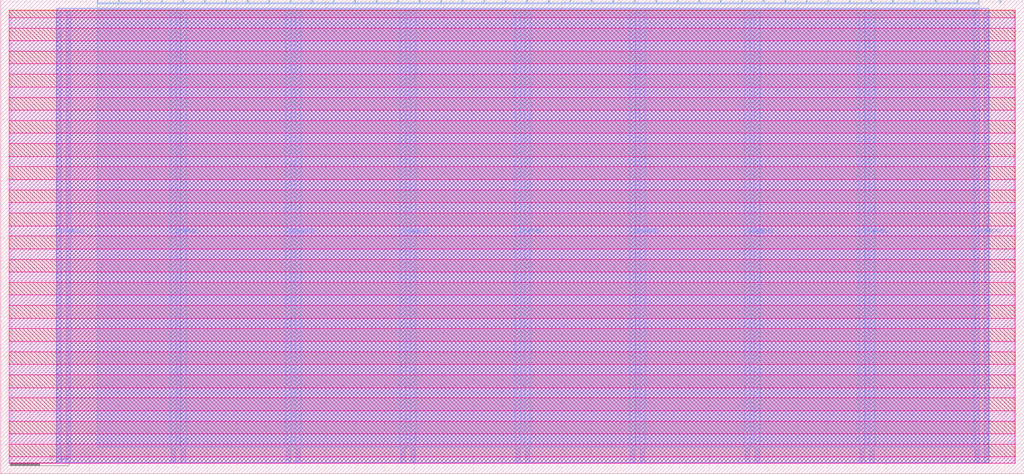
<source format=lef>
VERSION 5.7 ;
  NOWIREEXTENSIONATPIN ON ;
  DIVIDERCHAR "/" ;
  BUSBITCHARS "[]" ;
MACRO tt_um_rejunity_vga_logo
  CLASS BLOCK ;
  FOREIGN tt_um_rejunity_vga_logo ;
  ORIGIN 0.000 0.000 ;
  SIZE 346.640 BY 160.720 ;
  PIN VGND
    DIRECTION INOUT ;
    USE GROUND ;
    PORT
      LAYER Metal4 ;
        RECT 22.180 3.620 23.780 157.100 ;
    END
    PORT
      LAYER Metal4 ;
        RECT 61.050 3.620 62.650 157.100 ;
    END
    PORT
      LAYER Metal4 ;
        RECT 99.920 3.620 101.520 157.100 ;
    END
    PORT
      LAYER Metal4 ;
        RECT 138.790 3.620 140.390 157.100 ;
    END
    PORT
      LAYER Metal4 ;
        RECT 177.660 3.620 179.260 157.100 ;
    END
    PORT
      LAYER Metal4 ;
        RECT 216.530 3.620 218.130 157.100 ;
    END
    PORT
      LAYER Metal4 ;
        RECT 255.400 3.620 257.000 157.100 ;
    END
    PORT
      LAYER Metal4 ;
        RECT 294.270 3.620 295.870 157.100 ;
    END
    PORT
      LAYER Metal4 ;
        RECT 333.140 3.620 334.740 157.100 ;
    END
  END VGND
  PIN VPWR
    DIRECTION INOUT ;
    USE POWER ;
    PORT
      LAYER Metal4 ;
        RECT 18.880 3.620 20.480 157.100 ;
    END
    PORT
      LAYER Metal4 ;
        RECT 57.750 3.620 59.350 157.100 ;
    END
    PORT
      LAYER Metal4 ;
        RECT 96.620 3.620 98.220 157.100 ;
    END
    PORT
      LAYER Metal4 ;
        RECT 135.490 3.620 137.090 157.100 ;
    END
    PORT
      LAYER Metal4 ;
        RECT 174.360 3.620 175.960 157.100 ;
    END
    PORT
      LAYER Metal4 ;
        RECT 213.230 3.620 214.830 157.100 ;
    END
    PORT
      LAYER Metal4 ;
        RECT 252.100 3.620 253.700 157.100 ;
    END
    PORT
      LAYER Metal4 ;
        RECT 290.970 3.620 292.570 157.100 ;
    END
    PORT
      LAYER Metal4 ;
        RECT 329.840 3.620 331.440 157.100 ;
    END
  END VPWR
  PIN clk
    DIRECTION INPUT ;
    USE SIGNAL ;
    ANTENNAGATEAREA 4.738000 ;
    PORT
      LAYER Metal4 ;
        RECT 331.090 159.720 331.390 160.720 ;
    END
  END clk
  PIN ena
    DIRECTION INPUT ;
    USE SIGNAL ;
    PORT
      LAYER Metal4 ;
        RECT 338.370 159.720 338.670 160.720 ;
    END
  END ena
  PIN rst_n
    DIRECTION INPUT ;
    USE SIGNAL ;
    ANTENNAGATEAREA 0.396000 ;
    PORT
      LAYER Metal4 ;
        RECT 323.810 159.720 324.110 160.720 ;
    END
  END rst_n
  PIN ui_in[0]
    DIRECTION INPUT ;
    USE SIGNAL ;
    PORT
      LAYER Metal4 ;
        RECT 316.530 159.720 316.830 160.720 ;
    END
  END ui_in[0]
  PIN ui_in[1]
    DIRECTION INPUT ;
    USE SIGNAL ;
    PORT
      LAYER Metal4 ;
        RECT 309.250 159.720 309.550 160.720 ;
    END
  END ui_in[1]
  PIN ui_in[2]
    DIRECTION INPUT ;
    USE SIGNAL ;
    PORT
      LAYER Metal4 ;
        RECT 301.970 159.720 302.270 160.720 ;
    END
  END ui_in[2]
  PIN ui_in[3]
    DIRECTION INPUT ;
    USE SIGNAL ;
    PORT
      LAYER Metal4 ;
        RECT 294.690 159.720 294.990 160.720 ;
    END
  END ui_in[3]
  PIN ui_in[4]
    DIRECTION INPUT ;
    USE SIGNAL ;
    PORT
      LAYER Metal4 ;
        RECT 287.410 159.720 287.710 160.720 ;
    END
  END ui_in[4]
  PIN ui_in[5]
    DIRECTION INPUT ;
    USE SIGNAL ;
    PORT
      LAYER Metal4 ;
        RECT 280.130 159.720 280.430 160.720 ;
    END
  END ui_in[5]
  PIN ui_in[6]
    DIRECTION INPUT ;
    USE SIGNAL ;
    PORT
      LAYER Metal4 ;
        RECT 272.850 159.720 273.150 160.720 ;
    END
  END ui_in[6]
  PIN ui_in[7]
    DIRECTION INPUT ;
    USE SIGNAL ;
    PORT
      LAYER Metal4 ;
        RECT 265.570 159.720 265.870 160.720 ;
    END
  END ui_in[7]
  PIN uio_in[0]
    DIRECTION INPUT ;
    USE SIGNAL ;
    PORT
      LAYER Metal4 ;
        RECT 258.290 159.720 258.590 160.720 ;
    END
  END uio_in[0]
  PIN uio_in[1]
    DIRECTION INPUT ;
    USE SIGNAL ;
    PORT
      LAYER Metal4 ;
        RECT 251.010 159.720 251.310 160.720 ;
    END
  END uio_in[1]
  PIN uio_in[2]
    DIRECTION INPUT ;
    USE SIGNAL ;
    PORT
      LAYER Metal4 ;
        RECT 243.730 159.720 244.030 160.720 ;
    END
  END uio_in[2]
  PIN uio_in[3]
    DIRECTION INPUT ;
    USE SIGNAL ;
    PORT
      LAYER Metal4 ;
        RECT 236.450 159.720 236.750 160.720 ;
    END
  END uio_in[3]
  PIN uio_in[4]
    DIRECTION INPUT ;
    USE SIGNAL ;
    PORT
      LAYER Metal4 ;
        RECT 229.170 159.720 229.470 160.720 ;
    END
  END uio_in[4]
  PIN uio_in[5]
    DIRECTION INPUT ;
    USE SIGNAL ;
    PORT
      LAYER Metal4 ;
        RECT 221.890 159.720 222.190 160.720 ;
    END
  END uio_in[5]
  PIN uio_in[6]
    DIRECTION INPUT ;
    USE SIGNAL ;
    PORT
      LAYER Metal4 ;
        RECT 214.610 159.720 214.910 160.720 ;
    END
  END uio_in[6]
  PIN uio_in[7]
    DIRECTION INPUT ;
    USE SIGNAL ;
    PORT
      LAYER Metal4 ;
        RECT 207.330 159.720 207.630 160.720 ;
    END
  END uio_in[7]
  PIN uio_oe[0]
    DIRECTION OUTPUT ;
    USE SIGNAL ;
    ANTENNADIFFAREA 0.360800 ;
    PORT
      LAYER Metal4 ;
        RECT 83.570 159.720 83.870 160.720 ;
    END
  END uio_oe[0]
  PIN uio_oe[1]
    DIRECTION OUTPUT ;
    USE SIGNAL ;
    ANTENNADIFFAREA 0.360800 ;
    PORT
      LAYER Metal4 ;
        RECT 76.290 159.720 76.590 160.720 ;
    END
  END uio_oe[1]
  PIN uio_oe[2]
    DIRECTION OUTPUT ;
    USE SIGNAL ;
    ANTENNADIFFAREA 0.360800 ;
    PORT
      LAYER Metal4 ;
        RECT 69.010 159.720 69.310 160.720 ;
    END
  END uio_oe[2]
  PIN uio_oe[3]
    DIRECTION OUTPUT ;
    USE SIGNAL ;
    ANTENNADIFFAREA 0.360800 ;
    PORT
      LAYER Metal4 ;
        RECT 61.730 159.720 62.030 160.720 ;
    END
  END uio_oe[3]
  PIN uio_oe[4]
    DIRECTION OUTPUT ;
    USE SIGNAL ;
    ANTENNADIFFAREA 0.360800 ;
    PORT
      LAYER Metal4 ;
        RECT 54.450 159.720 54.750 160.720 ;
    END
  END uio_oe[4]
  PIN uio_oe[5]
    DIRECTION OUTPUT ;
    USE SIGNAL ;
    ANTENNADIFFAREA 0.360800 ;
    PORT
      LAYER Metal4 ;
        RECT 47.170 159.720 47.470 160.720 ;
    END
  END uio_oe[5]
  PIN uio_oe[6]
    DIRECTION OUTPUT ;
    USE SIGNAL ;
    ANTENNADIFFAREA 0.360800 ;
    PORT
      LAYER Metal4 ;
        RECT 39.890 159.720 40.190 160.720 ;
    END
  END uio_oe[6]
  PIN uio_oe[7]
    DIRECTION OUTPUT ;
    USE SIGNAL ;
    ANTENNADIFFAREA 0.360800 ;
    PORT
      LAYER Metal4 ;
        RECT 32.610 159.720 32.910 160.720 ;
    END
  END uio_oe[7]
  PIN uio_out[0]
    DIRECTION OUTPUT ;
    USE SIGNAL ;
    ANTENNADIFFAREA 0.360800 ;
    PORT
      LAYER Metal4 ;
        RECT 141.810 159.720 142.110 160.720 ;
    END
  END uio_out[0]
  PIN uio_out[1]
    DIRECTION OUTPUT ;
    USE SIGNAL ;
    ANTENNADIFFAREA 0.360800 ;
    PORT
      LAYER Metal4 ;
        RECT 134.530 159.720 134.830 160.720 ;
    END
  END uio_out[1]
  PIN uio_out[2]
    DIRECTION OUTPUT ;
    USE SIGNAL ;
    ANTENNADIFFAREA 0.360800 ;
    PORT
      LAYER Metal4 ;
        RECT 127.250 159.720 127.550 160.720 ;
    END
  END uio_out[2]
  PIN uio_out[3]
    DIRECTION OUTPUT ;
    USE SIGNAL ;
    ANTENNADIFFAREA 0.360800 ;
    PORT
      LAYER Metal4 ;
        RECT 119.970 159.720 120.270 160.720 ;
    END
  END uio_out[3]
  PIN uio_out[4]
    DIRECTION OUTPUT ;
    USE SIGNAL ;
    ANTENNADIFFAREA 0.360800 ;
    PORT
      LAYER Metal4 ;
        RECT 112.690 159.720 112.990 160.720 ;
    END
  END uio_out[4]
  PIN uio_out[5]
    DIRECTION OUTPUT ;
    USE SIGNAL ;
    ANTENNADIFFAREA 0.360800 ;
    PORT
      LAYER Metal4 ;
        RECT 105.410 159.720 105.710 160.720 ;
    END
  END uio_out[5]
  PIN uio_out[6]
    DIRECTION OUTPUT ;
    USE SIGNAL ;
    ANTENNADIFFAREA 0.360800 ;
    PORT
      LAYER Metal4 ;
        RECT 98.130 159.720 98.430 160.720 ;
    END
  END uio_out[6]
  PIN uio_out[7]
    DIRECTION OUTPUT ;
    USE SIGNAL ;
    ANTENNADIFFAREA 0.360800 ;
    PORT
      LAYER Metal4 ;
        RECT 90.850 159.720 91.150 160.720 ;
    END
  END uio_out[7]
  PIN uo_out[0]
    DIRECTION OUTPUT ;
    USE SIGNAL ;
    ANTENNADIFFAREA 2.932000 ;
    PORT
      LAYER Metal4 ;
        RECT 200.050 159.720 200.350 160.720 ;
    END
  END uo_out[0]
  PIN uo_out[1]
    DIRECTION OUTPUT ;
    USE SIGNAL ;
    ANTENNADIFFAREA 2.932000 ;
    PORT
      LAYER Metal4 ;
        RECT 192.770 159.720 193.070 160.720 ;
    END
  END uo_out[1]
  PIN uo_out[2]
    DIRECTION OUTPUT ;
    USE SIGNAL ;
    ANTENNADIFFAREA 3.879200 ;
    PORT
      LAYER Metal4 ;
        RECT 185.490 159.720 185.790 160.720 ;
    END
  END uo_out[2]
  PIN uo_out[3]
    DIRECTION OUTPUT ;
    USE SIGNAL ;
    ANTENNADIFFAREA 2.080400 ;
    PORT
      LAYER Metal4 ;
        RECT 178.210 159.720 178.510 160.720 ;
    END
  END uo_out[3]
  PIN uo_out[4]
    DIRECTION OUTPUT ;
    USE SIGNAL ;
    ANTENNADIFFAREA 2.932000 ;
    PORT
      LAYER Metal4 ;
        RECT 170.930 159.720 171.230 160.720 ;
    END
  END uo_out[4]
  PIN uo_out[5]
    DIRECTION OUTPUT ;
    USE SIGNAL ;
    ANTENNADIFFAREA 4.295200 ;
    PORT
      LAYER Metal4 ;
        RECT 163.650 159.720 163.950 160.720 ;
    END
  END uo_out[5]
  PIN uo_out[6]
    DIRECTION OUTPUT ;
    USE SIGNAL ;
    ANTENNADIFFAREA 2.932000 ;
    PORT
      LAYER Metal4 ;
        RECT 156.370 159.720 156.670 160.720 ;
    END
  END uo_out[6]
  PIN uo_out[7]
    DIRECTION OUTPUT ;
    USE SIGNAL ;
    ANTENNADIFFAREA 1.986000 ;
    PORT
      LAYER Metal4 ;
        RECT 149.090 159.720 149.390 160.720 ;
    END
  END uo_out[7]
  OBS
      LAYER Nwell ;
        RECT 2.930 154.640 343.710 157.230 ;
      LAYER Pwell ;
        RECT 2.930 151.120 343.710 154.640 ;
      LAYER Nwell ;
        RECT 2.930 146.800 343.710 151.120 ;
      LAYER Pwell ;
        RECT 2.930 143.280 343.710 146.800 ;
      LAYER Nwell ;
        RECT 2.930 138.960 343.710 143.280 ;
      LAYER Pwell ;
        RECT 2.930 135.440 343.710 138.960 ;
      LAYER Nwell ;
        RECT 2.930 131.120 343.710 135.440 ;
      LAYER Pwell ;
        RECT 2.930 127.600 343.710 131.120 ;
      LAYER Nwell ;
        RECT 2.930 123.280 343.710 127.600 ;
      LAYER Pwell ;
        RECT 2.930 119.760 343.710 123.280 ;
      LAYER Nwell ;
        RECT 2.930 115.440 343.710 119.760 ;
      LAYER Pwell ;
        RECT 2.930 111.920 343.710 115.440 ;
      LAYER Nwell ;
        RECT 2.930 107.600 343.710 111.920 ;
      LAYER Pwell ;
        RECT 2.930 104.080 343.710 107.600 ;
      LAYER Nwell ;
        RECT 2.930 99.760 343.710 104.080 ;
      LAYER Pwell ;
        RECT 2.930 96.240 343.710 99.760 ;
      LAYER Nwell ;
        RECT 2.930 91.920 343.710 96.240 ;
      LAYER Pwell ;
        RECT 2.930 88.400 343.710 91.920 ;
      LAYER Nwell ;
        RECT 2.930 84.080 343.710 88.400 ;
      LAYER Pwell ;
        RECT 2.930 80.560 343.710 84.080 ;
      LAYER Nwell ;
        RECT 2.930 76.240 343.710 80.560 ;
      LAYER Pwell ;
        RECT 2.930 72.720 343.710 76.240 ;
      LAYER Nwell ;
        RECT 2.930 68.400 343.710 72.720 ;
      LAYER Pwell ;
        RECT 2.930 64.880 343.710 68.400 ;
      LAYER Nwell ;
        RECT 2.930 60.560 343.710 64.880 ;
      LAYER Pwell ;
        RECT 2.930 57.040 343.710 60.560 ;
      LAYER Nwell ;
        RECT 2.930 52.720 343.710 57.040 ;
      LAYER Pwell ;
        RECT 2.930 49.200 343.710 52.720 ;
      LAYER Nwell ;
        RECT 2.930 44.880 343.710 49.200 ;
      LAYER Pwell ;
        RECT 2.930 41.360 343.710 44.880 ;
      LAYER Nwell ;
        RECT 2.930 37.040 343.710 41.360 ;
      LAYER Pwell ;
        RECT 2.930 33.520 343.710 37.040 ;
      LAYER Nwell ;
        RECT 2.930 29.200 343.710 33.520 ;
      LAYER Pwell ;
        RECT 2.930 25.680 343.710 29.200 ;
      LAYER Nwell ;
        RECT 2.930 21.360 343.710 25.680 ;
      LAYER Pwell ;
        RECT 2.930 17.840 343.710 21.360 ;
      LAYER Nwell ;
        RECT 2.930 13.520 343.710 17.840 ;
      LAYER Pwell ;
        RECT 2.930 10.000 343.710 13.520 ;
      LAYER Nwell ;
        RECT 2.930 5.680 343.710 10.000 ;
      LAYER Pwell ;
        RECT 2.930 3.490 343.710 5.680 ;
      LAYER Metal1 ;
        RECT 3.360 3.620 343.280 157.100 ;
      LAYER Metal2 ;
        RECT 19.020 3.730 334.600 157.830 ;
      LAYER Metal3 ;
        RECT 18.970 3.780 334.650 157.780 ;
      LAYER Metal4 ;
        RECT 33.210 159.420 39.590 159.720 ;
        RECT 40.490 159.420 46.870 159.720 ;
        RECT 47.770 159.420 54.150 159.720 ;
        RECT 55.050 159.420 61.430 159.720 ;
        RECT 62.330 159.420 68.710 159.720 ;
        RECT 69.610 159.420 75.990 159.720 ;
        RECT 76.890 159.420 83.270 159.720 ;
        RECT 84.170 159.420 90.550 159.720 ;
        RECT 91.450 159.420 97.830 159.720 ;
        RECT 98.730 159.420 105.110 159.720 ;
        RECT 106.010 159.420 112.390 159.720 ;
        RECT 113.290 159.420 119.670 159.720 ;
        RECT 120.570 159.420 126.950 159.720 ;
        RECT 127.850 159.420 134.230 159.720 ;
        RECT 135.130 159.420 141.510 159.720 ;
        RECT 142.410 159.420 148.790 159.720 ;
        RECT 149.690 159.420 156.070 159.720 ;
        RECT 156.970 159.420 163.350 159.720 ;
        RECT 164.250 159.420 170.630 159.720 ;
        RECT 171.530 159.420 177.910 159.720 ;
        RECT 178.810 159.420 185.190 159.720 ;
        RECT 186.090 159.420 192.470 159.720 ;
        RECT 193.370 159.420 199.750 159.720 ;
        RECT 200.650 159.420 207.030 159.720 ;
        RECT 207.930 159.420 214.310 159.720 ;
        RECT 215.210 159.420 221.590 159.720 ;
        RECT 222.490 159.420 228.870 159.720 ;
        RECT 229.770 159.420 236.150 159.720 ;
        RECT 237.050 159.420 243.430 159.720 ;
        RECT 244.330 159.420 250.710 159.720 ;
        RECT 251.610 159.420 257.990 159.720 ;
        RECT 258.890 159.420 265.270 159.720 ;
        RECT 266.170 159.420 272.550 159.720 ;
        RECT 273.450 159.420 279.830 159.720 ;
        RECT 280.730 159.420 287.110 159.720 ;
        RECT 288.010 159.420 294.390 159.720 ;
        RECT 295.290 159.420 301.670 159.720 ;
        RECT 302.570 159.420 308.950 159.720 ;
        RECT 309.850 159.420 316.230 159.720 ;
        RECT 317.130 159.420 323.510 159.720 ;
        RECT 324.410 159.420 330.790 159.720 ;
        RECT 32.620 157.400 331.380 159.420 ;
        RECT 32.620 9.050 57.450 157.400 ;
        RECT 59.650 9.050 60.750 157.400 ;
        RECT 62.950 9.050 96.320 157.400 ;
        RECT 98.520 9.050 99.620 157.400 ;
        RECT 101.820 9.050 135.190 157.400 ;
        RECT 137.390 9.050 138.490 157.400 ;
        RECT 140.690 9.050 174.060 157.400 ;
        RECT 176.260 9.050 177.360 157.400 ;
        RECT 179.560 9.050 212.930 157.400 ;
        RECT 215.130 9.050 216.230 157.400 ;
        RECT 218.430 9.050 251.800 157.400 ;
        RECT 254.000 9.050 255.100 157.400 ;
        RECT 257.300 9.050 290.670 157.400 ;
        RECT 292.870 9.050 293.970 157.400 ;
        RECT 296.170 9.050 329.540 157.400 ;
  END
END tt_um_rejunity_vga_logo
END LIBRARY


</source>
